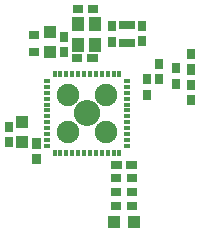
<source format=gtp>
G04 DipTrace 2.4.0.2*
%INSTM32.gtp*%
%MOMM*%
%ADD25R,1.0X1.1*%
%ADD26R,0.7X0.9*%
%ADD27R,1.1X1.0*%
%ADD28R,0.9X0.7*%
%ADD31R,0.9X0.75*%
%ADD33O,2.222X2.222*%
%ADD34O,1.905X1.904*%
%ADD37R,0.3X0.55*%
%ADD38R,0.55X0.3*%
%ADD43R,1.1X1.2*%
%ADD44R,1.4X0.7*%
%FSLAX53Y53*%
G04*
G71*
G90*
G75*
G01*
%LNTopPaste*%
%LPD*%
G36*
X32235Y26828D2*
X31535D1*
Y27728D1*
X32235D1*
Y26828D1*
G37*
G36*
Y28128D2*
X31535D1*
Y29028D1*
X32235D1*
Y28128D1*
G37*
D25*
X19934Y28737D3*
Y30437D3*
D26*
X21155Y28740D3*
Y30040D3*
D25*
X17624Y22828D3*
Y21128D3*
G36*
X18476Y20135D2*
X19176D1*
Y19235D1*
X18476D1*
Y20135D1*
G37*
G36*
Y21435D2*
X19176D1*
Y20535D1*
X18476D1*
Y21435D1*
G37*
D27*
X27090Y14399D3*
X25390D3*
D28*
X26890Y15739D3*
X25590D3*
X26890Y16887D3*
X25590D3*
X26890Y18076D3*
X25590D3*
G36*
X27340Y19544D2*
Y18844D1*
X26440D1*
Y19544D1*
X27340D1*
G37*
G36*
X26040D2*
Y18844D1*
X25140D1*
Y19544D1*
X26040D1*
G37*
D26*
X28206Y26433D3*
Y25133D3*
X29227Y27738D3*
Y26438D3*
D28*
X22344Y32357D3*
X23644D3*
G36*
X24016Y28595D2*
Y27895D1*
X23116D1*
Y28595D1*
X24016D1*
G37*
G36*
X22716D2*
Y27895D1*
X21816D1*
Y28595D1*
X22716D1*
G37*
D26*
X25211Y29626D3*
Y30926D3*
X27739Y30955D3*
Y29655D3*
D31*
X18601Y30183D3*
Y28783D3*
D26*
X30627Y26081D3*
Y27381D3*
X16491Y22436D3*
Y21136D3*
X31880Y24674D3*
Y25974D3*
D33*
X23103Y23553D3*
D34*
X24690Y25140D3*
Y21966D3*
X21516Y25140D3*
Y21966D3*
D37*
X25853Y26928D3*
X25353D3*
X24853D3*
X24353D3*
X23853D3*
X23353D3*
X22853D3*
X22353D3*
X21853D3*
X21353D3*
X20853D3*
X20353D3*
D38*
X19728Y26303D3*
Y25803D3*
Y25303D3*
Y24803D3*
Y24303D3*
Y23803D3*
Y23303D3*
Y22803D3*
Y22303D3*
Y21803D3*
Y21303D3*
Y20803D3*
D37*
X20353Y20178D3*
X20853D3*
X21353D3*
X21853D3*
X22353D3*
X22853D3*
X23353D3*
X23853D3*
X24353D3*
X24853D3*
X25353D3*
X25853D3*
D38*
X26478Y20803D3*
Y21303D3*
Y21803D3*
Y22303D3*
Y22803D3*
Y23303D3*
Y23803D3*
Y24303D3*
Y24803D3*
Y25303D3*
Y25803D3*
Y26303D3*
D43*
X22344Y31087D3*
Y29387D3*
X23744D3*
Y31087D3*
D44*
X26465Y31040D3*
Y29540D3*
M02*

</source>
